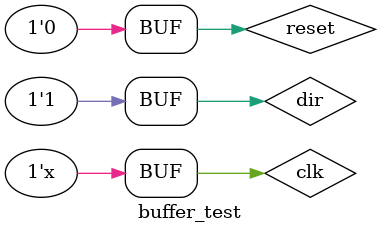
<source format=v>
`timescale 1ns / 1ps


module buffer_test();
    reg clk, reset, input_valid, output_enable, dir;
    reg [7:0] data_in;
    wire [3:0] data_out;
    wire input_enable, output_valid;
    wire [6:0] blk;
    wire [63:0] buff;

    buffer uut_buf(
        .clk(clk), .reset(reset), .dir(dir),
        .data_in(data_in), .input_valid(input_valid), .output_enable(output_enable),
        .data_out(data_out), .input_enable(input_enable), .output_valid(output_valid),
        .blk(blk), .buff(buff)
    );

    always #10 clk = ~clk;
    initial begin
        clk = 0; reset = 1; dir = 1;
        input_valid = 0; output_enable = 0;
        #1 reset = 0;
    end

    always @ (posedge clk) begin
        {input_valid, output_enable} = {$random};
        data_in = {$random};
    end
endmodule

</source>
